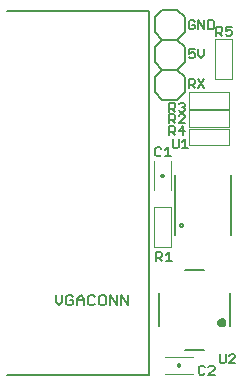
<source format=gto>
G75*
%MOIN*%
%OFA0B0*%
%FSLAX24Y24*%
%IPPOS*%
%LPD*%
%AMOC8*
5,1,8,0,0,1.08239X$1,22.5*
%
%ADD10C,0.0050*%
%ADD11C,0.0060*%
%ADD12C,0.0080*%
%ADD13C,0.0040*%
%ADD14C,0.0120*%
D10*
X009122Y004354D02*
X009122Y004654D01*
X009273Y004654D01*
X009323Y004604D01*
X009323Y004504D01*
X009273Y004454D01*
X009122Y004454D01*
X009223Y004454D02*
X009323Y004354D01*
X009445Y004354D02*
X009645Y004354D01*
X009545Y004354D02*
X009545Y004654D01*
X009445Y004554D01*
X011280Y002295D02*
X011320Y002295D01*
X011281Y002295D02*
X011283Y002307D01*
X011288Y002318D01*
X011297Y002327D01*
X011308Y002332D01*
X011320Y002334D01*
X011332Y002332D01*
X011343Y002327D01*
X011352Y002318D01*
X011357Y002307D01*
X011359Y002295D01*
X011357Y002283D01*
X011352Y002272D01*
X011343Y002263D01*
X011332Y002258D01*
X011320Y002256D01*
X011308Y002258D01*
X011297Y002263D01*
X011288Y002272D01*
X011283Y002283D01*
X011281Y002295D01*
X011232Y002295D02*
X011234Y002313D01*
X011240Y002331D01*
X011249Y002347D01*
X011261Y002360D01*
X011276Y002371D01*
X011293Y002379D01*
X011311Y002383D01*
X011329Y002383D01*
X011347Y002379D01*
X011364Y002371D01*
X011379Y002360D01*
X011391Y002347D01*
X011400Y002331D01*
X011406Y002313D01*
X011408Y002295D01*
X011406Y002277D01*
X011400Y002259D01*
X011391Y002243D01*
X011379Y002230D01*
X011364Y002219D01*
X011347Y002211D01*
X011329Y002207D01*
X011311Y002207D01*
X011293Y002211D01*
X011276Y002219D01*
X011261Y002230D01*
X011249Y002243D01*
X011240Y002259D01*
X011234Y002277D01*
X011232Y002295D01*
X011202Y002295D02*
X011204Y002316D01*
X011210Y002336D01*
X011219Y002356D01*
X011231Y002373D01*
X011246Y002387D01*
X011264Y002399D01*
X011284Y002407D01*
X011304Y002412D01*
X011325Y002413D01*
X011346Y002410D01*
X011366Y002404D01*
X011385Y002393D01*
X011402Y002380D01*
X011415Y002364D01*
X011426Y002346D01*
X011434Y002326D01*
X011438Y002306D01*
X011438Y002284D01*
X011434Y002264D01*
X011426Y002244D01*
X011415Y002226D01*
X011402Y002210D01*
X011385Y002197D01*
X011366Y002186D01*
X011346Y002180D01*
X011325Y002177D01*
X011304Y002178D01*
X011284Y002183D01*
X011264Y002191D01*
X011246Y002203D01*
X011231Y002217D01*
X011219Y002234D01*
X011210Y002254D01*
X011204Y002274D01*
X011202Y002295D01*
X011246Y001235D02*
X011246Y000985D01*
X011296Y000935D01*
X011396Y000935D01*
X011446Y000985D01*
X011446Y001235D01*
X011568Y001185D02*
X011618Y001235D01*
X011718Y001235D01*
X011768Y001185D01*
X011768Y001135D01*
X011568Y000935D01*
X011768Y000935D01*
X011077Y000804D02*
X011077Y000754D01*
X010876Y000554D01*
X011077Y000554D01*
X011077Y000804D02*
X011027Y000854D01*
X010926Y000854D01*
X010876Y000804D01*
X010754Y000804D02*
X010704Y000854D01*
X010604Y000854D01*
X010554Y000804D01*
X010554Y000604D01*
X010604Y000554D01*
X010704Y000554D01*
X010754Y000604D01*
X009623Y007836D02*
X009423Y007836D01*
X009523Y007836D02*
X009523Y008137D01*
X009423Y008036D01*
X009301Y008086D02*
X009251Y008137D01*
X009150Y008137D01*
X009100Y008086D01*
X009100Y007886D01*
X009150Y007836D01*
X009251Y007836D01*
X009301Y007886D01*
X009687Y008156D02*
X009687Y008407D01*
X009770Y008539D02*
X009669Y008639D01*
X009719Y008639D02*
X009569Y008639D01*
X009569Y008539D02*
X009569Y008840D01*
X009719Y008840D01*
X009770Y008790D01*
X009770Y008690D01*
X009719Y008639D01*
X009892Y008690D02*
X010092Y008690D01*
X010042Y008840D02*
X010042Y008539D01*
X010110Y008407D02*
X010110Y008106D01*
X010010Y008106D02*
X010210Y008106D01*
X010010Y008307D02*
X010110Y008407D01*
X009888Y008407D02*
X009888Y008156D01*
X009838Y008106D01*
X009737Y008106D01*
X009687Y008156D01*
X009892Y008690D02*
X010042Y008840D01*
X010092Y008933D02*
X009892Y008933D01*
X010092Y009133D01*
X010092Y009183D01*
X010042Y009233D01*
X009942Y009233D01*
X009892Y009183D01*
X009770Y009183D02*
X009770Y009083D01*
X009719Y009033D01*
X009569Y009033D01*
X009569Y008933D02*
X009569Y009233D01*
X009719Y009233D01*
X009770Y009183D01*
X009770Y009327D02*
X009669Y009427D01*
X009719Y009427D02*
X009569Y009427D01*
X009569Y009327D02*
X009569Y009627D01*
X009719Y009627D01*
X009770Y009577D01*
X009770Y009477D01*
X009719Y009427D01*
X009892Y009377D02*
X009942Y009327D01*
X010042Y009327D01*
X010092Y009377D01*
X010092Y009427D01*
X010042Y009477D01*
X009992Y009477D01*
X010042Y009477D02*
X010092Y009527D01*
X010092Y009577D01*
X010042Y009627D01*
X009942Y009627D01*
X009892Y009577D01*
X009669Y009033D02*
X009770Y008933D01*
X010217Y010130D02*
X010217Y010431D01*
X010367Y010431D01*
X010418Y010381D01*
X010418Y010281D01*
X010367Y010231D01*
X010217Y010231D01*
X010317Y010231D02*
X010418Y010130D01*
X010540Y010130D02*
X010740Y010431D01*
X010540Y010431D02*
X010740Y010130D01*
X010640Y011100D02*
X010740Y011201D01*
X010740Y011401D01*
X010540Y011401D02*
X010540Y011201D01*
X010640Y011100D01*
X010418Y011150D02*
X010367Y011100D01*
X010267Y011100D01*
X010217Y011150D01*
X010217Y011251D02*
X010317Y011301D01*
X010367Y011301D01*
X010418Y011251D01*
X010418Y011150D01*
X010217Y011251D02*
X010217Y011401D01*
X010418Y011401D01*
X010367Y012080D02*
X010267Y012080D01*
X010217Y012130D01*
X010217Y012331D01*
X010267Y012381D01*
X010367Y012381D01*
X010418Y012331D01*
X010418Y012231D02*
X010317Y012231D01*
X010418Y012231D02*
X010418Y012130D01*
X010367Y012080D01*
X010540Y012080D02*
X010540Y012381D01*
X010740Y012080D01*
X010740Y012381D01*
X010862Y012381D02*
X011012Y012381D01*
X011062Y012331D01*
X011062Y012130D01*
X011012Y012080D01*
X010862Y012080D01*
X010862Y012381D01*
X011137Y012161D02*
X011287Y012161D01*
X011338Y012111D01*
X011338Y012011D01*
X011287Y011961D01*
X011137Y011961D01*
X011237Y011961D02*
X011338Y011860D01*
X011460Y011910D02*
X011510Y011860D01*
X011610Y011860D01*
X011660Y011910D01*
X011660Y012011D01*
X011610Y012061D01*
X011560Y012061D01*
X011460Y012011D01*
X011460Y012161D01*
X011660Y012161D01*
X011137Y012161D02*
X011137Y011860D01*
D11*
X010084Y011981D02*
X009834Y011731D01*
X010084Y011481D01*
X010084Y010981D01*
X009834Y010731D01*
X010084Y010481D01*
X010084Y009981D01*
X009834Y009731D01*
X009334Y009731D01*
X009084Y009981D01*
X009084Y010481D01*
X009334Y010731D01*
X009084Y010981D01*
X009084Y011481D01*
X009334Y011731D01*
X009084Y011981D01*
X009084Y012481D01*
X009334Y012731D01*
X009834Y012731D01*
X010084Y012481D01*
X010084Y011981D01*
X009834Y011731D02*
X009334Y011731D01*
X009334Y010731D02*
X009834Y010731D01*
X009756Y007231D02*
X009756Y005221D01*
X011616Y005221D02*
X011616Y007231D01*
X008177Y003205D02*
X008177Y002871D01*
X007954Y003205D01*
X007954Y002871D01*
X007814Y002871D02*
X007814Y003205D01*
X007592Y003205D02*
X007814Y002871D01*
X007592Y002871D02*
X007592Y003205D01*
X007452Y003149D02*
X007396Y003205D01*
X007285Y003205D01*
X007229Y003149D01*
X007229Y002927D01*
X007285Y002871D01*
X007396Y002871D01*
X007452Y002927D01*
X007452Y003149D01*
X007089Y003149D02*
X007034Y003205D01*
X006922Y003205D01*
X006867Y003149D01*
X006867Y002927D01*
X006922Y002871D01*
X007034Y002871D01*
X007089Y002927D01*
X006727Y002871D02*
X006727Y003094D01*
X006615Y003205D01*
X006504Y003094D01*
X006504Y002871D01*
X006364Y002927D02*
X006364Y003038D01*
X006253Y003038D01*
X006364Y003149D02*
X006308Y003205D01*
X006197Y003205D01*
X006141Y003149D01*
X006141Y002927D01*
X006197Y002871D01*
X006308Y002871D01*
X006364Y002927D01*
X006504Y003038D02*
X006727Y003038D01*
X006002Y002982D02*
X006002Y003205D01*
X006002Y002982D02*
X005890Y002871D01*
X005779Y002982D01*
X005779Y003205D01*
D12*
X004159Y000562D02*
X008895Y000562D01*
X008895Y012688D01*
X004159Y012688D01*
X009919Y005541D02*
X009921Y005556D01*
X009927Y005569D01*
X009936Y005581D01*
X009947Y005590D01*
X009961Y005596D01*
X009976Y005598D01*
X009991Y005596D01*
X010004Y005590D01*
X010016Y005581D01*
X010025Y005570D01*
X010031Y005556D01*
X010033Y005541D01*
X010031Y005526D01*
X010025Y005513D01*
X010016Y005501D01*
X010005Y005492D01*
X009991Y005486D01*
X009976Y005484D01*
X009961Y005486D01*
X009948Y005492D01*
X009936Y005501D01*
X009927Y005512D01*
X009921Y005526D01*
X009919Y005541D01*
X010087Y004053D02*
X010737Y004053D01*
X011598Y003293D02*
X011598Y002193D01*
X010737Y001393D02*
X010087Y001393D01*
X009227Y002193D02*
X009227Y003293D01*
D13*
X009077Y004813D02*
X009617Y004813D01*
X009627Y004813D02*
X009627Y006153D01*
X009617Y006153D02*
X009077Y006153D01*
X009067Y006153D02*
X009067Y004813D01*
X009072Y006726D02*
X009072Y007671D01*
X009623Y007671D02*
X009623Y006726D01*
X010233Y008203D02*
X011573Y008203D01*
X011573Y008213D02*
X011573Y008753D01*
X011573Y008763D02*
X010233Y008763D01*
X010233Y008753D02*
X010233Y008213D01*
X010233Y008809D02*
X011573Y008809D01*
X011573Y008819D02*
X011573Y009359D01*
X011573Y009369D02*
X010233Y009369D01*
X010233Y009359D02*
X010233Y008819D01*
X010233Y009416D02*
X011573Y009416D01*
X011573Y009426D02*
X011573Y009966D01*
X011573Y009976D02*
X010233Y009976D01*
X010233Y009966D02*
X010233Y009426D01*
X011092Y010425D02*
X011092Y011765D01*
X011102Y011765D02*
X011642Y011765D01*
X011652Y011765D02*
X011652Y010425D01*
X011642Y010425D02*
X011102Y010425D01*
X010371Y001144D02*
X009426Y001144D01*
X009426Y000593D02*
X010371Y000593D01*
D14*
X009899Y000857D02*
X009899Y000881D01*
X009359Y007198D02*
X009335Y007198D01*
M02*

</source>
